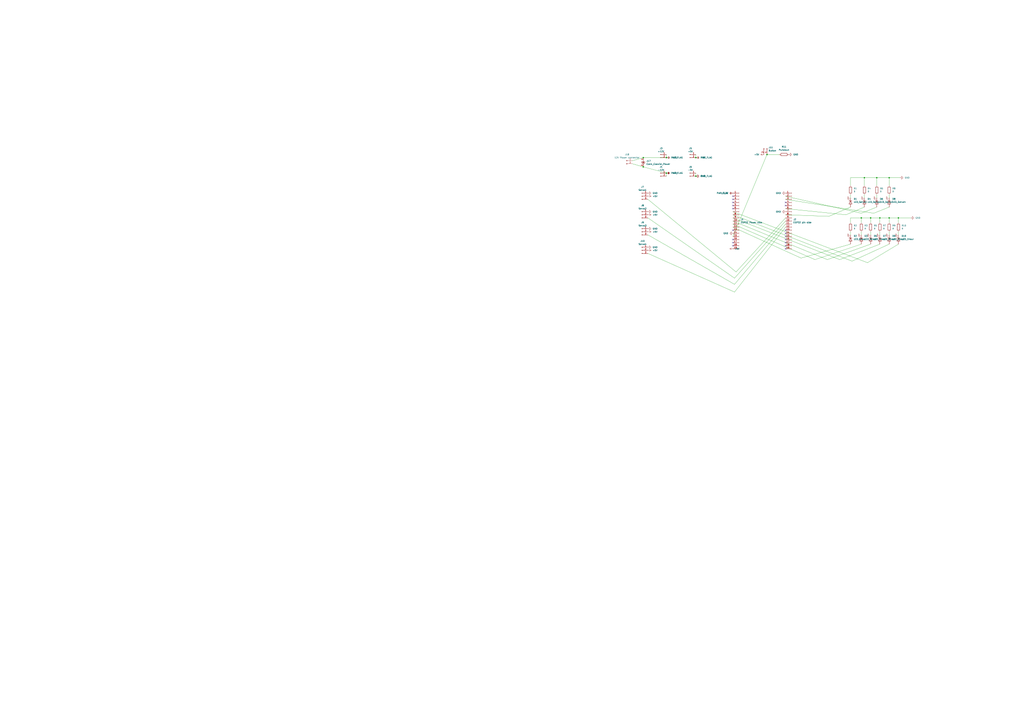
<source format=kicad_sch>
(kicad_sch (version 20211123) (generator eeschema)
  (paper "A1")
  (lib_symbols
    (symbol "Connector:Conn_01x02_Male" (pin_names (offset 1.016) hide)
      (property "Reference" "J" (at 0 2.54 0))
      (property "Value" "Conn_01x02_Male" (at 0 -5.08 0))
      (symbol "Conn_01x02_Male_1_1"
        (polyline (pts (xy 1.27 -2.54) (xy 0.8636 -2.54)) (stroke (width 0.1524)))
        (polyline (pts (xy 1.27 0) (xy 0.8636 0)) (stroke (width 0.1524)))
        (rectangle (start 0.8636 -2.413) (end 0 -2.667) (stroke (width 0.1524)) (fill (type outline)))
        (rectangle (start 0.8636 0.127) (end 0 -0.127) (stroke (width 0.1524)) (fill (type outline)))
        (pin passive line (at 5.08 0 180) (length 3.81) (name "Pin_1") (number "1"))
        (pin passive line (at 5.08 -2.54 180) (length 3.81) (name "Pin_2") (number "2"))
      )
    )
    (symbol "Connector:Conn_01x03_Male" (pin_names (offset 1.016) hide)
      (property "Reference" "J" (at 0 5.08 0))
      (property "Value" "Conn_01x03_Male" (at 0 -5.08 0))
      (symbol "Conn_01x03_Male_1_1"
        (polyline (pts (xy 1.27 -2.54) (xy 0.8636 -2.54)) (stroke (width 0.1524)))
        (polyline (pts (xy 1.27 0) (xy 0.8636 0)) (stroke (width 0.1524)))
        (polyline (pts (xy 1.27 2.54) (xy 0.8636 2.54)) (stroke (width 0.1524)))
        (rectangle (start 0.8636 -2.413) (end 0 -2.667) (stroke (width 0.1524)) (fill (type outline)))
        (rectangle (start 0.8636 0.127) (end 0 -0.127) (stroke (width 0.1524)) (fill (type outline)))
        (rectangle (start 0.8636 2.667) (end 0 2.413) (stroke (width 0.1524)) (fill (type outline)))
        (pin passive line (at 5.08 2.54 180) (length 3.81) (name "Pin_1") (number "1"))
        (pin passive line (at 5.08 0 180) (length 3.81) (name "Pin_2") (number "2"))
        (pin passive line (at 5.08 -2.54 180) (length 3.81) (name "Pin_3") (number "3"))
      )
    )
    (symbol "Connector:Conn_01x19_Female" (pin_names (offset 1.016) hide)
      (property "Reference" "J" (at 0 25.4 0))
      (property "Value" "Conn_01x19_Female" (at 0 -25.4 0))
      (symbol "Conn_01x19_Female_1_1"
        (arc (start 0 -22.352) (mid -0.508 -22.86) (end 0 -23.368) (stroke (width 0.1524)))
        (arc (start 0 -19.812) (mid -0.508 -20.32) (end 0 -20.828) (stroke (width 0.1524)))
        (arc (start 0 -17.272) (mid -0.508 -17.78) (end 0 -18.288) (stroke (width 0.1524)))
        (arc (start 0 -14.732) (mid -0.508 -15.24) (end 0 -15.748) (stroke (width 0.1524)))
        (arc (start 0 -12.192) (mid -0.508 -12.7) (end 0 -13.208) (stroke (width 0.1524)))
        (arc (start 0 -9.652) (mid -0.508 -10.16) (end 0 -10.668) (stroke (width 0.1524)))
        (arc (start 0 -7.112) (mid -0.508 -7.62) (end 0 -8.128) (stroke (width 0.1524)))
        (arc (start 0 -4.572) (mid -0.508 -5.08) (end 0 -5.588) (stroke (width 0.1524)))
        (arc (start 0 -2.032) (mid -0.508 -2.54) (end 0 -3.048) (stroke (width 0.1524)))
        (polyline (pts (xy -1.27 -22.86) (xy -0.508 -22.86)) (stroke (width 0.1524)))
        (polyline (pts (xy -1.27 -20.32) (xy -0.508 -20.32)) (stroke (width 0.1524)))
        (polyline (pts (xy -1.27 -17.78) (xy -0.508 -17.78)) (stroke (width 0.1524)))
        (polyline (pts (xy -1.27 -15.24) (xy -0.508 -15.24)) (stroke (width 0.1524)))
        (polyline (pts (xy -1.27 -12.7) (xy -0.508 -12.7)) (stroke (width 0.1524)))
        (polyline (pts (xy -1.27 -10.16) (xy -0.508 -10.16)) (stroke (width 0.1524)))
        (polyline (pts (xy -1.27 -7.62) (xy -0.508 -7.62)) (stroke (width 0.1524)))
        (polyline (pts (xy -1.27 -5.08) (xy -0.508 -5.08)) (stroke (width 0.1524)))
        (polyline (pts (xy -1.27 -2.54) (xy -0.508 -2.54)) (stroke (width 0.1524)))
        (polyline (pts (xy -1.27 0) (xy -0.508 0)) (stroke (width 0.1524)))
        (polyline (pts (xy -1.27 2.54) (xy -0.508 2.54)) (stroke (width 0.1524)))
        (polyline (pts (xy -1.27 5.08) (xy -0.508 5.08)) (stroke (width 0.1524)))
        (polyline (pts (xy -1.27 7.62) (xy -0.508 7.62)) (stroke (width 0.1524)))
        (polyline (pts (xy -1.27 10.16) (xy -0.508 10.16)) (stroke (width 0.1524)))
        (polyline (pts (xy -1.27 12.7) (xy -0.508 12.7)) (stroke (width 0.1524)))
        (polyline (pts (xy -1.27 15.24) (xy -0.508 15.24)) (stroke (width 0.1524)))
        (polyline (pts (xy -1.27 17.78) (xy -0.508 17.78)) (stroke (width 0.1524)))
        (polyline (pts (xy -1.27 20.32) (xy -0.508 20.32)) (stroke (width 0.1524)))
        (polyline (pts (xy -1.27 22.86) (xy -0.508 22.86)) (stroke (width 0.1524)))
        (arc (start 0 0.508) (mid -0.508 0) (end 0 -0.508) (stroke (width 0.1524)))
        (arc (start 0 3.048) (mid -0.508 2.54) (end 0 2.032) (stroke (width 0.1524)))
        (arc (start 0 5.588) (mid -0.508 5.08) (end 0 4.572) (stroke (width 0.1524)))
        (arc (start 0 8.128) (mid -0.508 7.62) (end 0 7.112) (stroke (width 0.1524)))
        (arc (start 0 10.668) (mid -0.508 10.16) (end 0 9.652) (stroke (width 0.1524)))
        (arc (start 0 13.208) (mid -0.508 12.7) (end 0 12.192) (stroke (width 0.1524)))
        (arc (start 0 15.748) (mid -0.508 15.24) (end 0 14.732) (stroke (width 0.1524)))
        (arc (start 0 18.288) (mid -0.508 17.78) (end 0 17.272) (stroke (width 0.1524)))
        (arc (start 0 20.828) (mid -0.508 20.32) (end 0 19.812) (stroke (width 0.1524)))
        (arc (start 0 23.368) (mid -0.508 22.86) (end 0 22.352) (stroke (width 0.1524)))
        (pin passive line (at -5.08 22.86 0) (length 3.81) (name "Pin_1") (number "1"))
        (pin passive line (at -5.08 0 0) (length 3.81) (name "Pin_10") (number "10"))
        (pin passive line (at -5.08 -2.54 0) (length 3.81) (name "Pin_11") (number "11"))
        (pin passive line (at -5.08 -5.08 0) (length 3.81) (name "Pin_12") (number "12"))
        (pin passive line (at -5.08 -7.62 0) (length 3.81) (name "Pin_13") (number "13"))
        (pin passive line (at -5.08 -10.16 0) (length 3.81) (name "Pin_14") (number "14"))
        (pin passive line (at -5.08 -12.7 0) (length 3.81) (name "Pin_15") (number "15"))
        (pin passive line (at -5.08 -15.24 0) (length 3.81) (name "Pin_16") (number "16"))
        (pin passive line (at -5.08 -17.78 0) (length 3.81) (name "Pin_17") (number "17"))
        (pin passive line (at -5.08 -20.32 0) (length 3.81) (name "Pin_18") (number "18"))
        (pin passive line (at -5.08 -22.86 0) (length 3.81) (name "Pin_19") (number "19"))
        (pin passive line (at -5.08 20.32 0) (length 3.81) (name "Pin_2") (number "2"))
        (pin passive line (at -5.08 17.78 0) (length 3.81) (name "Pin_3") (number "3"))
        (pin passive line (at -5.08 15.24 0) (length 3.81) (name "Pin_4") (number "4"))
        (pin passive line (at -5.08 12.7 0) (length 3.81) (name "Pin_5") (number "5"))
        (pin passive line (at -5.08 10.16 0) (length 3.81) (name "Pin_6") (number "6"))
        (pin passive line (at -5.08 7.62 0) (length 3.81) (name "Pin_7") (number "7"))
        (pin passive line (at -5.08 5.08 0) (length 3.81) (name "Pin_8") (number "8"))
        (pin passive line (at -5.08 2.54 0) (length 3.81) (name "Pin_9") (number "9"))
      )
    )
    (symbol "Connector:Conn_Coaxial_Power" (pin_names (offset 1.016) hide)
      (property "Reference" "J" (at -5.08 -1.27 90))
      (property "Value" "Conn_Coaxial_Power" (at -3.175 -1.27 90))
      (symbol "Conn_Coaxial_Power_0_1"
        (arc (start -1.27 -1.27) (mid 0 -2.54) (end 1.27 -1.27) (stroke (width 0.254)))
        (arc (start -1.016 -0.508) (mid -1.2048 -0.8684) (end -1.27 -1.27) (stroke (width 0.254)))
        (circle (center 0 -1.27) (radius 0.508) (stroke (width 0.2032)) (fill (type outline)))
        (polyline (pts (xy 0 -2.54) (xy 0 -3.048)))
        (polyline (pts (xy 0 0) (xy 0 -1.27)))
        (arc (start 1.27 -1.27) (mid 1.2048 -0.8684) (end 1.016 -0.508) (stroke (width 0.254)))
      )
      (symbol "Conn_Coaxial_Power_1_1"
        (pin passive line (at 0 2.54 270) (length 2.54) (name "In") (number "1"))
        (pin passive line (at 0 -5.08 90) (length 2.54) (name "Ext") (number "2"))
      )
    )
    (symbol "Device:LED" (pin_numbers hide) (pin_names (offset 1.016) hide)
      (property "Reference" "D" (at 0 2.54 0))
      (property "Value" "LED" (at 0 -2.54 0))
      (symbol "LED_0_1"
        (polyline (pts (xy -1.27 -1.27) (xy -1.27 1.27)) (stroke (width 0.254)))
        (polyline (pts (xy -1.27 0) (xy 1.27 0)))
        (polyline (pts (xy 1.27 -1.27) (xy 1.27 1.27) (xy -1.27 0) (xy 1.27 -1.27)) (stroke (width 0.254)))
        (polyline (pts (xy -3.048 -0.762) (xy -4.572 -2.286) (xy -3.81 -2.286) (xy -4.572 -2.286) (xy -4.572 -1.524)))
        (polyline (pts (xy -1.778 -0.762) (xy -3.302 -2.286) (xy -2.54 -2.286) (xy -3.302 -2.286) (xy -3.302 -1.524)))
      )
      (symbol "LED_1_1"
        (pin passive line (at -3.81 0 0) (length 2.54) (name "K") (number "1"))
        (pin passive line (at 3.81 0 180) (length 2.54) (name "A") (number "2"))
      )
    )
    (symbol "Device:R" (pin_numbers hide) (pin_names (offset 0))
      (property "Reference" "R" (at 2.032 0 90))
      (property "Value" "R" (at 0 0 90))
      (symbol "R_0_1"
        (rectangle (start -1.016 -2.54) (end 1.016 2.54) (stroke (width 0.254)))
      )
      (symbol "R_1_1"
        (pin passive line (at 0 3.81 270) (length 1.27) (name "~") (number "1"))
        (pin passive line (at 0 -3.81 90) (length 1.27) (name "~") (number "2"))
      )
    )
    (symbol "power:+12V" (power) (pin_names (offset 0))
      (property "Value" "+12V" (at 0 3.556 0))
      (symbol "+12V_0_1"
        (polyline (pts (xy -0.762 1.27) (xy 0 2.54)))
        (polyline (pts (xy 0 0) (xy 0 2.54)))
        (polyline (pts (xy 0 2.54) (xy 0.762 1.27)))
      )
      (symbol "+12V_1_1"
        (pin power_in line (at 0 0 90) (length 0) hide (name "+12V") (number "1"))
      )
    )
    (symbol "power:+3.3V" (power) (pin_names (offset 0))
      (property "Value" "+3.3V" (at 0 3.556 0))
      (symbol "+3.3V_0_1"
        (polyline (pts (xy -0.762 1.27) (xy 0 2.54)))
        (polyline (pts (xy 0 0) (xy 0 2.54)))
        (polyline (pts (xy 0 2.54) (xy 0.762 1.27)))
      )
      (symbol "+3.3V_1_1"
        (pin power_in line (at 0 0 90) (length 0) hide (name "+3.3V") (number "1"))
      )
    )
    (symbol "power:+5V" (power) (pin_names (offset 0))
      (property "Value" "+5V" (at 0 3.556 0))
      (symbol "+5V_0_1"
        (polyline (pts (xy -0.762 1.27) (xy 0 2.54)))
        (polyline (pts (xy 0 0) (xy 0 2.54)))
        (polyline (pts (xy 0 2.54) (xy 0.762 1.27)))
      )
      (symbol "+5V_1_1"
        (pin power_in line (at 0 0 90) (length 0) hide (name "+5V") (number "1"))
      )
    )
    (symbol "power:-12V" (power) (pin_names (offset 0))
      (property "Value" "-12V" (at 0 3.81 0))
      (symbol "-12V_0_0"
        (pin power_in line (at 0 0 90) (length 0) hide (name "-12V") (number "1"))
      )
      (symbol "-12V_0_1"
        (polyline (pts (xy 0 0) (xy 0 1.27) (xy 0.762 1.27) (xy 0 2.54) (xy -0.762 1.27) (xy 0 1.27)) (fill (type outline)))
      )
    )
    (symbol "power:GND" (power) (pin_names (offset 0))
      (property "Value" "GND" (at 0 -3.81 0))
      (symbol "GND_0_1"
        (polyline (pts (xy 0 0) (xy 0 -1.27) (xy 1.27 -1.27) (xy 0 -2.54) (xy -1.27 -1.27) (xy 0 -1.27)))
      )
      (symbol "GND_1_1"
        (pin power_in line (at 0 0 270) (length 0) hide (name "GND") (number "1"))
      )
    )
    (symbol "power:PWR_FLAG" (power) (pin_numbers hide) (pin_names (offset 0) hide)
      (property "Value" "PWR_FLAG" (at 0 3.81 0))
      (symbol "PWR_FLAG_0_0"
        (pin power_out line (at 0 0 90) (length 0) (name "pwr") (number "1"))
      )
      (symbol "PWR_FLAG_0_1"
        (polyline (pts (xy 0 0) (xy 0 1.27) (xy -1.016 1.905) (xy 0 2.54) (xy 1.016 1.905) (xy 0 1.27)))
      )
    )
  )
  (junction (at 629.92 127))
  (junction (at 571.5 144.78))
  (junction (at 547.37 129.54))
  (junction (at 709.93 146.05))
  (junction (at 547.37 142.24))
  (junction (at 707.39 179.07))
  (junction (at 715.01 179.07))
  (junction (at 730.25 179.07))
  (junction (at 720.09 146.05))
  (junction (at 528.32 129.54))
  (junction (at 737.87 179.07))
  (junction (at 528.32 137.16))
  (junction (at 730.25 146.05))
  (junction (at 722.63 179.07))
  (junction (at 571.5 129.54))
  (no_connect (at 601.98 161.29))
  (no_connect (at 601.98 171.45))
  (no_connect (at 601.98 201.93))
  (no_connect (at 645.16 168.91))
  (no_connect (at 601.98 199.39))
  (no_connect (at 601.98 189.23))
  (no_connect (at 645.16 191.77))
  (no_connect (at 601.98 168.91))
  (no_connect (at 645.16 199.39))
  (no_connect (at 645.16 166.37))
  (no_connect (at 601.98 166.37))
  (no_connect (at 645.16 189.23))
  (no_connect (at 645.16 196.85))
  (no_connect (at 645.16 201.93))
  (no_connect (at 601.98 196.85))
  (no_connect (at 645.16 204.47))
  (no_connect (at 601.98 163.83))
  (no_connect (at 645.16 194.31))
  (wire (pts (xy 694.69 176.53) (xy 709.93 170.18)))
  (wire (pts (xy 645.16 181.61) (xy 603.25 228.6)))
  (wire (pts (xy 601.98 186.69) (xy 657.86 212.09)))
  (wire (pts (xy 669.29 213.36) (xy 707.39 200.66)))
  (wire (pts (xy 715.01 182.88) (xy 715.01 179.07)))
  (wire (pts (xy 698.5 152.4) (xy 698.5 146.05)))
  (wire (pts (xy 680.72 177.8) (xy 698.5 170.18)))
  (wire (pts (xy 528.32 129.54) (xy 519.43 132.08)))
  (wire (pts (xy 528.32 129.54) (xy 547.37 129.54)))
  (wire (pts (xy 720.09 162.56) (xy 720.09 160.02)))
  (wire (pts (xy 645.16 179.07) (xy 604.52 223.52)))
  (wire (pts (xy 730.25 146.05) (xy 739.14 146.05)))
  (wire (pts (xy 571.5 142.24) (xy 571.5 144.78)))
  (wire (pts (xy 645.16 171.45) (xy 694.69 176.53)))
  (wire (pts (xy 715.01 179.07) (xy 722.63 179.07)))
  (wire (pts (xy 715.01 193.04) (xy 715.01 190.5)))
  (wire (pts (xy 737.87 179.07) (xy 748.03 179.07)))
  (wire (pts (xy 699.77 214.63) (xy 730.25 200.66)))
  (wire (pts (xy 722.63 193.04) (xy 722.63 190.5)))
  (wire (pts (xy 698.5 182.88) (xy 698.5 179.07)))
  (wire (pts (xy 528.32 137.16) (xy 519.43 134.62)))
  (wire (pts (xy 604.52 223.52) (xy 532.13 163.83)))
  (wire (pts (xy 730.25 179.07) (xy 737.87 179.07)))
  (wire (pts (xy 698.5 193.04) (xy 698.5 190.5)))
  (wire (pts (xy 717.55 175.26) (xy 730.25 170.18)))
  (wire (pts (xy 689.61 213.36) (xy 722.63 200.66)))
  (wire (pts (xy 707.39 193.04) (xy 707.39 190.5)))
  (wire (pts (xy 707.39 175.26) (xy 720.09 170.18)))
  (wire (pts (xy 717.55 175.26) (xy 645.16 163.83)))
  (wire (pts (xy 601.98 194.31) (xy 629.92 127)))
  (wire (pts (xy 709.93 162.56) (xy 709.93 160.02)))
  (wire (pts (xy 629.92 127) (xy 640.08 127)))
  (wire (pts (xy 645.16 186.69) (xy 603.25 240.03)))
  (wire (pts (xy 698.5 146.05) (xy 709.93 146.05)))
  (wire (pts (xy 601.98 173.99) (xy 712.47 215.9)))
  (wire (pts (xy 730.25 193.04) (xy 730.25 190.5)))
  (wire (pts (xy 571.5 127) (xy 571.5 129.54)))
  (wire (pts (xy 730.25 162.56) (xy 730.25 160.02)))
  (wire (pts (xy 679.45 213.36) (xy 715.01 200.66)))
  (wire (pts (xy 737.87 182.88) (xy 737.87 179.07)))
  (wire (pts (xy 603.25 228.6) (xy 532.13 179.07)))
  (wire (pts (xy 707.39 179.07) (xy 715.01 179.07)))
  (wire (pts (xy 730.25 182.88) (xy 730.25 179.07)))
  (wire (pts (xy 709.93 152.4) (xy 709.93 146.05)))
  (wire (pts (xy 547.37 142.24) (xy 547.37 144.78)))
  (wire (pts (xy 698.5 179.07) (xy 707.39 179.07)))
  (wire (pts (xy 547.37 129.54) (xy 547.37 127)))
  (wire (pts (xy 730.25 152.4) (xy 730.25 146.05)))
  (wire (pts (xy 720.09 152.4) (xy 720.09 146.05)))
  (wire (pts (xy 601.98 179.07) (xy 689.61 213.36)))
  (wire (pts (xy 528.32 137.16) (xy 547.37 142.24)))
  (wire (pts (xy 601.98 181.61) (xy 679.45 213.36)))
  (wire (pts (xy 720.09 146.05) (xy 730.25 146.05)))
  (wire (pts (xy 722.63 179.07) (xy 730.25 179.07)))
  (wire (pts (xy 645.16 184.15) (xy 603.25 233.68)))
  (wire (pts (xy 707.39 182.88) (xy 707.39 179.07)))
  (wire (pts (xy 657.86 212.09) (xy 698.5 200.66)))
  (wire (pts (xy 737.87 193.04) (xy 737.87 190.5)))
  (wire (pts (xy 601.98 176.53) (xy 699.77 214.63)))
  (wire (pts (xy 601.98 184.15) (xy 669.29 213.36)))
  (wire (pts (xy 722.63 182.88) (xy 722.63 179.07)))
  (wire (pts (xy 603.25 233.68) (xy 532.13 193.04)))
  (wire (pts (xy 698.5 162.56) (xy 698.5 160.02)))
  (wire (pts (xy 603.25 240.03) (xy 532.13 208.28)))
  (wire (pts (xy 645.16 176.53) (xy 680.72 177.8)))
  (wire (pts (xy 707.39 175.26) (xy 645.16 161.29)))
  (wire (pts (xy 712.47 215.9) (xy 737.87 200.66)))
  (wire (pts (xy 709.93 146.05) (xy 720.09 146.05)))
  (symbol (lib_id "power:-12V") (at 547.37 142.24 270) (unit 1)
    (property "Reference" "#PWR064" (effects hide))
    (property "Value" "-12V" (at 551.18 142.2399 90) (effects (justify left)))
  )
  (symbol (lib_id "power:PWR_FLAG") (at 547.37 129.54 270) (unit 1)
    (property "Reference" "#FLG03" (effects hide))
    (property "Value" "PWR_FLAG" (at 551.18 129.5399 90) (effects (justify left)))
  )
  (symbol (lib_id "Device:R") (at 720.09 156.21 0) (unit 1)
    (property "Reference" "R6" (at 722.63 154.9399 0) (effects (justify left)))
    (property "Value" "R" (at 722.63 157.4799 0) (effects (justify left)))
    (property "Footprint" "Resistor_SMD:R_1206_3216Metric" (effects hide))
  )
  (symbol (lib_id "Device:R") (at 730.25 186.69 0) (unit 1)
    (property "Reference" "R9" (at 732.79 185.4199 0) (effects (justify left)))
    (property "Value" "R" (at 732.79 187.9599 0) (effects (justify left)))
    (property "Footprint" "Resistor_SMD:R_1206_3216Metric" (effects hide))
  )
  (symbol (lib_id "Device:LED") (at 707.39 196.85 270) (unit 1)
    (property "Reference" "D3" (at 709.93 193.9924 90) (effects (justify left)))
    (property "Value" "LED_5hour" (at 709.93 196.5324 90) (effects (justify left)))
    (property "Footprint" "CustomLibrary:LED_PLCC_2835_AK" (effects hide))
  )
  (symbol (lib_id "Device:R") (at 730.25 156.21 0) (unit 1)
    (property "Reference" "R8" (at 732.79 154.9399 0) (effects (justify left)))
    (property "Value" "R" (at 732.79 157.4799 0) (effects (justify left)))
    (property "Footprint" "Resistor_SMD:R_1206_3216Metric" (effects hide))
  )
  (symbol (lib_id "power:GND") (at 571.5 144.78 90) (unit 1)
    (property "Reference" "#PWR02" (effects hide))
    (property "Value" "GND" (at 575.31 144.7799 90) (effects (justify right)))
  )
  (symbol (lib_id "Device:LED") (at 715.01 196.85 270) (unit 1)
    (property "Reference" "D5" (at 717.55 193.9924 90) (effects (justify left)))
    (property "Value" "LED_4hour" (at 717.55 196.5324 90) (effects (justify left)))
    (property "Footprint" "CustomLibrary:LED_PLCC_2835_AK" (effects hide))
  )
  (symbol (lib_id "Connector:Conn_01x02_Male") (at 514.35 132.08 0) (unit 1)
    (property "Reference" "J18" (at 514.985 127 0))
    (property "Value" "12V Power connector" (at 514.985 129.54 0))
    (property "Footprint" "TerminalBlock:TerminalBlock_bornier-2_P5.08mm" (effects hide))
  )
  (symbol (lib_id "power:GND") (at 748.03 179.07 90) (unit 1)
    (property "Reference" "#PWR0101" (effects hide))
    (property "Value" "GND" (at 751.84 179.0699 90) (effects (justify right)))
  )
  (symbol (lib_id "Device:R") (at 698.5 186.69 0) (unit 1)
    (property "Reference" "R2" (at 701.04 185.4199 0) (effects (justify left)))
    (property "Value" "R" (at 701.04 187.9599 0) (effects (justify left)))
    (property "Footprint" "Resistor_SMD:R_1206_3216Metric" (effects hide))
  )
  (symbol (lib_id "Connector:Conn_01x19_Female") (at 607.06 181.61 0) (unit 1)
    (property "Reference" "J1" (at 608.33 180.3399 0) (effects (justify left)))
    (property "Value" "ESP32 Power side" (at 608.33 182.8799 0) (effects (justify left)))
    (property "Footprint" "Connector_PinHeader_2.54mm:PinHeader_1x19_P2.54mm_Vertical" (effects hide))
  )
  (symbol (lib_id "Connector:Conn_01x02_Male") (at 629.92 121.92 270) (unit 1)
    (property "Reference" "J11" (at 631.19 121.2849 90) (effects (justify left)))
    (property "Value" "Button" (at 631.19 123.8249 90) (effects (justify left)))
    (property "Footprint" "Connector_PinHeader_2.54mm:PinHeader_1x02_P2.54mm_Vertical" (effects hide))
  )
  (symbol (lib_id "Device:LED") (at 698.5 196.85 270) (unit 1)
    (property "Reference" "D2" (at 701.04 193.9924 90) (effects (justify left)))
    (property "Value" "LED_6hour" (at 701.04 196.5324 90) (effects (justify left)))
    (property "Footprint" "CustomLibrary:LED_PLCC_2835_AK" (effects hide))
  )
  (symbol (lib_id "power:PWR_FLAG") (at 601.98 158.75 90) (unit 1)
    (property "Reference" "#FLG05" (effects hide))
    (property "Value" "PWR_FLAG" (at 598.17 158.7499 90) (effects (justify left)))
  )
  (symbol (lib_id "power:GND") (at 647.7 127 90) (unit 1)
    (property "Reference" "#PWR013" (effects hide))
    (property "Value" "GND" (at 651.51 126.9999 90) (effects (justify right)))
  )
  (symbol (lib_id "power:+5V") (at 532.13 161.29 270) (unit 1)
    (property "Reference" "#PWR04" (effects hide))
    (property "Value" "+5V" (at 535.94 161.2899 90) (effects (justify left)))
  )
  (symbol (lib_id "Device:LED") (at 730.25 196.85 270) (unit 1)
    (property "Reference" "D9" (at 732.79 193.9924 90) (effects (justify left)))
    (property "Value" "LED_2hour" (at 732.79 196.5324 90) (effects (justify left)))
    (property "Footprint" "CustomLibrary:LED_PLCC_2835_AK" (effects hide))
  )
  (symbol (lib_id "power:GND") (at 532.13 173.99 90) (unit 1)
    (property "Reference" "#PWR05" (effects hide))
    (property "Value" "GND" (at 535.94 173.9899 90) (effects (justify right)))
  )
  (symbol (lib_id "power:+5V") (at 571.5 129.54 270) (unit 1)
    (property "Reference" "#PWR01" (effects hide))
    (property "Value" "+5V" (at 575.31 129.5399 90) (effects (justify left)))
  )
  (symbol (lib_id "power:PWR_FLAG") (at 571.5 129.54 270) (unit 1)
    (property "Reference" "#FLG01" (effects hide))
    (property "Value" "PWR_FLAG" (at 575.31 129.5399 90) (effects (justify left)))
  )
  (symbol (lib_id "power:PWR_FLAG") (at 547.37 142.24 270) (unit 1)
    (property "Reference" "#FLG04" (effects hide))
    (property "Value" "PWR_FLAG" (at 551.18 142.2399 90) (effects (justify left)))
  )
  (symbol (lib_id "Device:R") (at 707.39 186.69 0) (unit 1)
    (property "Reference" "R3" (at 709.93 185.4199 0) (effects (justify left)))
    (property "Value" "R" (at 709.93 187.9599 0) (effects (justify left)))
    (property "Footprint" "Resistor_SMD:R_1206_3216Metric" (effects hide))
  )
  (symbol (lib_id "Connector:Conn_Coaxial_Power") (at 528.32 132.08 0) (unit 1)
    (property "Reference" "J17" (at 530.86 132.3339 0) (effects (justify left)))
    (property "Value" "Conn_Coaxial_Power" (at 530.86 134.8739 0) (effects (justify left)))
    (property "Footprint" "CustomLibrary:BarrelJack_Wuerth_6941xx301002" (effects hide))
  )
  (symbol (lib_id "Connector:Conn_01x19_Female") (at 650.24 181.61 0) (unit 1)
    (property "Reference" "J2" (at 651.51 180.3399 0) (effects (justify left)))
    (property "Value" "ESP32 pin side" (at 651.51 182.8799 0) (effects (justify left)))
    (property "Footprint" "Connector_PinHeader_2.54mm:PinHeader_1x19_P2.54mm_Vertical" (effects hide))
  )
  (symbol (lib_id "power:+5V") (at 627.38 127 90) (unit 1)
    (property "Reference" "#PWR012" (effects hide))
    (property "Value" "+5V" (at 623.57 126.9999 90) (effects (justify left)))
  )
  (symbol (lib_id "Device:R") (at 643.89 127 90) (unit 1)
    (property "Reference" "R11" (at 643.89 120.65 90))
    (property "Value" "Pulldown" (at 643.89 123.19 90))
    (property "Footprint" "Resistor_SMD:R_1206_3216Metric" (effects hide))
  )
  (symbol (lib_id "Connector:Conn_01x02_Male") (at 542.29 142.24 0) (unit 1)
    (property "Reference" "J4" (at 542.925 137.16 0))
    (property "Value" "-12V" (at 542.925 139.7 0))
    (property "Footprint" "Connector_PinHeader_2.54mm:PinHeader_1x02_P2.54mm_Vertical" (effects hide))
  )
  (symbol (lib_id "Device:LED") (at 698.5 166.37 270) (unit 1)
    (property "Reference" "D1" (at 701.04 163.5124 90) (effects (justify left)))
    (property "Value" "LED_Servo1" (at 701.04 166.0524 90) (effects (justify left)))
    (property "Footprint" "CustomLibrary:LED_PLCC_2835_AK" (effects hide))
  )
  (symbol (lib_id "power:+3.3V") (at 601.98 158.75 90) (unit 1)
    (property "Reference" "#PWR069" (effects hide))
    (property "Value" "+3.3V" (at 598.17 158.7499 90) (effects (justify left)))
  )
  (symbol (lib_id "Connector:Conn_01x03_Male") (at 527.05 161.29 0) (unit 1)
    (property "Reference" "J7" (at 527.685 153.67 0))
    (property "Value" "Servo1" (at 527.685 156.21 0))
    (property "Footprint" "Connector_PinHeader_2.54mm:PinHeader_1x03_P2.54mm_Vertical" (effects hide))
  )
  (symbol (lib_id "Device:LED") (at 737.87 196.85 270) (unit 1)
    (property "Reference" "D10" (at 740.41 193.9924 90) (effects (justify left)))
    (property "Value" "LED_1hour" (at 740.41 196.5324 90) (effects (justify left)))
    (property "Footprint" "CustomLibrary:LED_PLCC_2835_AK" (effects hide))
  )
  (symbol (lib_id "power:+5V") (at 532.13 205.74 270) (unit 1)
    (property "Reference" "#PWR010" (effects hide))
    (property "Value" "+5V" (at 535.94 205.7399 90) (effects (justify left)))
  )
  (symbol (lib_id "power:GND") (at 532.13 158.75 90) (unit 1)
    (property "Reference" "#PWR03" (effects hide))
    (property "Value" "GND" (at 535.94 158.7499 90) (effects (justify right)))
  )
  (symbol (lib_id "Device:LED") (at 730.25 166.37 270) (unit 1)
    (property "Reference" "D8" (at 732.79 163.5124 90) (effects (justify left)))
    (property "Value" "LED_Servo4" (at 732.79 166.0524 90) (effects (justify left)))
    (property "Footprint" "CustomLibrary:LED_PLCC_2835_AK" (effects hide))
  )
  (symbol (lib_id "Device:R") (at 698.5 156.21 0) (unit 1)
    (property "Reference" "R1" (at 701.04 154.9399 0) (effects (justify left)))
    (property "Value" "R" (at 701.04 157.4799 0) (effects (justify left)))
    (property "Footprint" "Resistor_SMD:R_1206_3216Metric" (effects hide))
  )
  (symbol (lib_id "power:GND") (at 645.16 158.75 270) (unit 1)
    (property "Reference" "#PWR014" (effects hide))
    (property "Value" "GND" (at 641.35 158.7499 90) (effects (justify right)))
  )
  (symbol (lib_id "Device:R") (at 715.01 186.69 0) (unit 1)
    (property "Reference" "R5" (at 717.55 185.4199 0) (effects (justify left)))
    (property "Value" "R" (at 717.55 187.9599 0) (effects (justify left)))
    (property "Footprint" "Resistor_SMD:R_1206_3216Metric" (effects hide))
  )
  (symbol (lib_id "Device:R") (at 737.87 186.69 0) (unit 1)
    (property "Reference" "R10" (at 740.41 185.4199 0) (effects (justify left)))
    (property "Value" "R" (at 740.41 187.9599 0) (effects (justify left)))
    (property "Footprint" "Resistor_SMD:R_1206_3216Metric" (effects hide))
  )
  (symbol (lib_id "Device:LED") (at 709.93 166.37 270) (unit 1)
    (property "Reference" "D4" (at 712.47 163.5124 90) (effects (justify left)))
    (property "Value" "LED_Servo2" (at 712.47 166.0524 90) (effects (justify left)))
    (property "Footprint" "CustomLibrary:LED_PLCC_2835_AK" (effects hide))
  )
  (symbol (lib_id "power:PWR_FLAG") (at 571.5 144.78 270) (unit 1)
    (property "Reference" "#FLG02" (effects hide))
    (property "Value" "PWR_FLAG" (at 575.31 144.7799 90) (effects (justify left)))
  )
  (symbol (lib_id "power:GND") (at 739.14 146.05 90) (unit 1)
    (property "Reference" "#PWR011" (effects hide))
    (property "Value" "GND" (at 742.95 146.0499 90) (effects (justify right)))
  )
  (symbol (lib_id "Connector:Conn_01x02_Male") (at 542.29 127 0) (unit 1)
    (property "Reference" "J3" (at 542.925 121.92 0))
    (property "Value" "+12V" (at 542.925 124.46 0))
    (property "Footprint" "Connector_PinHeader_2.54mm:PinHeader_1x02_P2.54mm_Vertical" (effects hide))
  )
  (symbol (lib_id "Connector:Conn_01x02_Male") (at 566.42 127 0) (unit 1)
    (property "Reference" "J5" (at 567.055 121.92 0))
    (property "Value" "+5V" (at 567.055 124.46 0))
    (property "Footprint" "Connector_PinHeader_2.54mm:PinHeader_1x02_P2.54mm_Vertical" (effects hide))
  )
  (symbol (lib_id "power:GND") (at 532.13 203.2 90) (unit 1)
    (property "Reference" "#PWR09" (effects hide))
    (property "Value" "GND" (at 535.94 203.1999 90) (effects (justify right)))
  )
  (symbol (lib_id "power:+5V") (at 532.13 176.53 270) (unit 1)
    (property "Reference" "#PWR06" (effects hide))
    (property "Value" "+5V" (at 535.94 176.5299 90) (effects (justify left)))
  )
  (symbol (lib_id "Connector:Conn_01x03_Male") (at 527.05 205.74 0) (unit 1)
    (property "Reference" "J10" (at 527.685 198.12 0))
    (property "Value" "Servo4" (at 527.685 200.66 0))
    (property "Footprint" "Connector_PinHeader_2.54mm:PinHeader_1x03_P2.54mm_Vertical" (effects hide))
  )
  (symbol (lib_id "power:GND") (at 601.98 191.77 270) (unit 1)
    (property "Reference" "#PWR070" (effects hide))
    (property "Value" "GND" (at 598.17 191.7701 90) (effects (justify right)))
  )
  (symbol (lib_id "Device:R") (at 722.63 186.69 0) (unit 1)
    (property "Reference" "R7" (at 725.17 185.4199 0) (effects (justify left)))
    (property "Value" "R" (at 725.17 187.9599 0) (effects (justify left)))
    (property "Footprint" "Resistor_SMD:R_1206_3216Metric" (effects hide))
  )
  (symbol (lib_id "power:GND") (at 645.16 173.99 270) (unit 1)
    (property "Reference" "#PWR015" (effects hide))
    (property "Value" "GND" (at 641.35 173.9899 90) (effects (justify right)))
  )
  (symbol (lib_id "Connector:Conn_01x03_Male") (at 527.05 190.5 0) (unit 1)
    (property "Reference" "J9" (at 527.685 182.88 0))
    (property "Value" "Servo3" (at 527.685 185.42 0))
    (property "Footprint" "Connector_PinHeader_2.54mm:PinHeader_1x03_P2.54mm_Vertical" (effects hide))
  )
  (symbol (lib_id "power:+12V") (at 547.37 129.54 270) (unit 1)
    (property "Reference" "#PWR063" (effects hide))
    (property "Value" "+12V" (at 551.18 129.5399 90) (effects (justify left)))
  )
  (symbol (lib_id "power:+5V") (at 601.98 204.47 90) (unit 1)
    (property "Reference" "#PWR071" (effects hide))
    (property "Value" "+5V" (at 603.25 204.4699 90) (effects (justify right)))
  )
  (symbol (lib_id "Device:LED") (at 722.63 196.85 270) (unit 1)
    (property "Reference" "D7" (at 725.17 193.9924 90) (effects (justify left)))
    (property "Value" "LED_3hour" (at 725.17 196.5324 90) (effects (justify left)))
    (property "Footprint" "CustomLibrary:LED_PLCC_2835_AK" (effects hide))
  )
  (symbol (lib_id "Connector:Conn_01x03_Male") (at 527.05 176.53 0) (unit 1)
    (property "Reference" "J8" (at 527.685 168.91 0))
    (property "Value" "Servo2" (at 527.685 171.45 0))
    (property "Footprint" "Connector_PinHeader_2.54mm:PinHeader_1x03_P2.54mm_Vertical" (effects hide))
  )
  (symbol (lib_id "Connector:Conn_01x02_Male") (at 566.42 142.24 0) (unit 1)
    (property "Reference" "J6" (at 567.055 137.16 0))
    (property "Value" "-5V" (at 567.055 139.7 0))
    (property "Footprint" "Connector_PinHeader_2.54mm:PinHeader_1x02_P2.54mm_Vertical" (effects hide))
  )
  (symbol (lib_id "Device:R") (at 709.93 156.21 0) (unit 1)
    (property "Reference" "R4" (at 712.47 154.9399 0) (effects (justify left)))
    (property "Value" "R" (at 712.47 157.4799 0) (effects (justify left)))
    (property "Footprint" "Resistor_SMD:R_1206_3216Metric" (effects hide))
  )
  (symbol (lib_id "power:GND") (at 532.13 187.96 90) (unit 1)
    (property "Reference" "#PWR07" (effects hide))
    (property "Value" "GND" (at 535.94 187.9599 90) (effects (justify right)))
  )
  (symbol (lib_id "power:+5V") (at 532.13 190.5 270) (unit 1)
    (property "Reference" "#PWR08" (effects hide))
    (property "Value" "+5V" (at 535.94 190.4999 90) (effects (justify left)))
  )
  (symbol (lib_id "Device:LED") (at 720.09 166.37 270) (unit 1)
    (property "Reference" "D6" (at 722.63 163.5124 90) (effects (justify left)))
    (property "Value" "LED_Servo3" (at 722.63 166.0524 90) (effects (justify left)))
    (property "Footprint" "CustomLibrary:LED_PLCC_2835_AK" (effects hide))
  )
)
</source>
